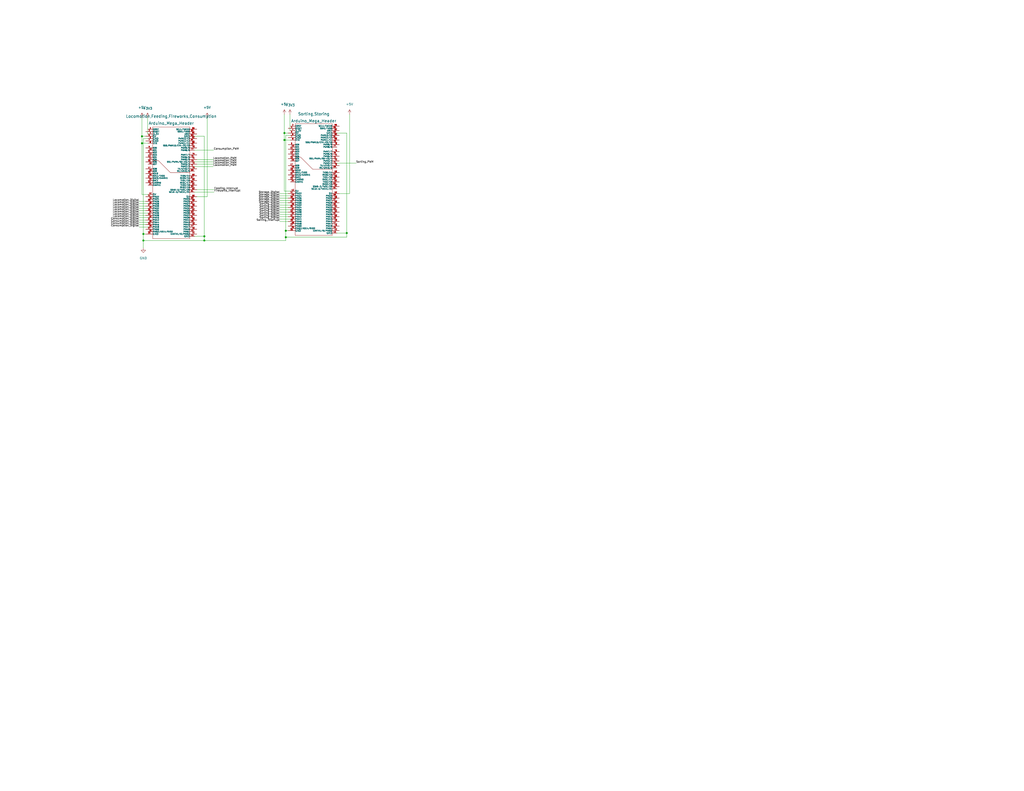
<source format=kicad_sch>
(kicad_sch (version 20211123) (generator eeschema)
  (paper "C")
  (title_block (date "2022-11-21") (rev "0.1.0"))
  (lib_symbols
    (symbol "power:+3.3V" (power) (pin_names (offset 0))
      (property "Value" "+3.3V" (at 0 3.556 0))
      (symbol "+3.3V_0_1"
        (polyline (pts (xy -0.762 1.27) (xy 0 2.54)))
        (polyline (pts (xy 0 0) (xy 0 2.54)))
        (polyline (pts (xy 0 2.54) (xy 0.762 1.27)))
      )
      (symbol "+3.3V_1_1"
        (pin power_in line (at 0 0 90) (length 0) hide (name "+3V3") (number "1"))
      )
    )
    (symbol "power:+5V" (power) (pin_names (offset 0))
      (property "Value" "+5V" (at 0 3.556 0))
      (symbol "+5V_0_1"
        (polyline (pts (xy -0.762 1.27) (xy 0 2.54)))
        (polyline (pts (xy 0 0) (xy 0 2.54)))
        (polyline (pts (xy 0 2.54) (xy 0.762 1.27)))
      )
      (symbol "+5V_1_1"
        (pin power_in line (at 0 0 90) (length 0) hide (name "+5V") (number "1"))
      )
    )
    (symbol "power:GND" (power) (pin_names (offset 0))
      (property "Value" "GND" (at 0 -3.81 0))
      (symbol "GND_0_1"
        (polyline (pts (xy 0 0) (xy 0 -1.27) (xy 1.27 -1.27) (xy 0 -2.54) (xy -1.27 -1.27) (xy 0 -1.27)))
      )
      (symbol "GND_1_1"
        (pin power_in line (at 0 0 270) (length 0) hide (name "GND") (number "1"))
      )
    )
    (symbol "w_connectors:Arduino_Mega_Header" (pin_names (offset 0.0254))
      (property "Reference" "J" (at 0 31.75 0))
      (property "Value" "Arduino_Mega_Header" (at 0 -31.75 0))
      (symbol "Arduino_Mega_Header_0_1"
        (polyline (pts (xy -8.636 12.192) (xy -9.652 12.192)))
        (polyline (pts (xy 10.16 5.588) (xy -0.508 5.588) (xy -7.112 12.192) (xy -10.16 12.192)))
        (rectangle (start 10.16 -30.48) (end -10.16 30.48))
      )
      (symbol "Arduino_Mega_Header_1_1"
        (pin passive line (at -12.7 17.78 0) (length 2.54) (name "AD1") (number "10"))
        (pin passive line (at -13.97 16.51 0) (length 3.81) (name "AD2") (number "11"))
        (pin passive line (at -12.7 15.24 0) (length 2.54) (name "AD3") (number "12"))
        (pin passive line (at -13.97 13.97 0) (length 3.81) (name "AD4") (number "13"))
        (pin passive line (at -12.7 12.7 0) (length 2.54) (name "AD5") (number "14"))
        (pin passive line (at -13.97 11.43 0) (length 3.81) (name "AD6") (number "15"))
        (pin passive line (at -12.7 10.16 0) (length 2.54) (name "AD7") (number "16"))
        (pin passive line (at -13.97 7.62 0) (length 3.81) (name "AD8") (number "17"))
        (pin passive line (at -12.7 6.35 0) (length 2.54) (name "AD9") (number "18"))
        (pin passive line (at -13.97 5.08 0) (length 3.81) (name "AD10") (number "19"))
        (pin passive line (at -12.7 29.21 0) (length 2.54) (name "IOREF") (number "2"))
        (pin passive line (at -12.7 3.81 0) (length 2.54) (name "AD11/TXD3") (number "20"))
        (pin passive line (at -13.97 2.54 0) (length 3.81) (name "DAC0/CANRX1") (number "21"))
        (pin passive line (at -12.7 1.27 0) (length 2.54) (name "DAC1") (number "22"))
        (pin passive line (at -13.97 0 0) (length 3.81) (name "CANRX0") (number "23"))
        (pin passive line (at -12.7 -1.27 0) (length 2.54) (name "CANTX1") (number "24"))
        (pin passive line (at -13.97 -27.94 0) (length 3.81) (name "GND") (number "25"))
        (pin passive line (at -12.7 -26.67 0) (length 2.54) (name "PIN52/AD14/RXD3") (number "26"))
        (pin passive line (at -13.97 -25.4 0) (length 3.81) (name "PIN50") (number "27"))
        (pin passive line (at -12.7 -24.13 0) (length 2.54) (name "PIN48") (number "28"))
        (pin passive line (at -13.97 -22.86 0) (length 3.81) (name "PIN46") (number "29"))
        (pin passive line (at -13.97 27.94 0) (length 3.81) (name "RESET") (number "3"))
        (pin passive line (at -12.7 -21.59 0) (length 2.54) (name "PIN44") (number "30"))
        (pin passive line (at -13.97 -20.32 0) (length 3.81) (name "PIN42") (number "31"))
        (pin passive line (at -12.7 -19.05 0) (length 2.54) (name "PIN40") (number "32"))
        (pin passive line (at -13.97 -17.78 0) (length 3.81) (name "PIN38") (number "33"))
        (pin passive line (at -12.7 -16.51 0) (length 2.54) (name "PIN36") (number "34"))
        (pin passive line (at -13.97 -15.24 0) (length 3.81) (name "PIN34") (number "35"))
        (pin passive line (at -12.7 -13.97 0) (length 2.54) (name "PIN32") (number "36"))
        (pin passive line (at -13.97 -12.7 0) (length 3.81) (name "PIN30") (number "37"))
        (pin passive line (at -12.7 -11.43 0) (length 2.54) (name "PIN28") (number "38"))
        (pin passive line (at -13.97 -10.16 0) (length 3.81) (name "PIN26") (number "39"))
        (pin passive line (at -12.7 26.67 0) (length 2.54) (name "3.3V") (number "4"))
        (pin passive line (at -12.7 -8.89 0) (length 2.54) (name "PIN24") (number "40"))
        (pin passive line (at -13.97 -7.62 0) (length 3.81) (name "PIN22") (number "41"))
        (pin passive line (at -12.7 -6.35 0) (length 2.54) (name "5V") (number "42"))
        (pin passive line (at 12.7 -29.21 180) (length 2.54) (name "GND") (number "43"))
        (pin passive line (at 13.97 -27.94 180) (length 3.81) (name "CANTX1/IO/PIN53") (number "44"))
        (pin passive line (at 12.7 -26.67 180) (length 2.54) (name "PIN51") (number "45"))
        (pin passive line (at 13.97 -25.4 180) (length 3.81) (name "PIN49") (number "46"))
        (pin passive line (at 12.7 -24.13 180) (length 2.54) (name "PIN47") (number "47"))
        (pin passive line (at 13.97 -22.86 180) (length 3.81) (name "PIN45") (number "48"))
        (pin passive line (at 12.7 -21.59 180) (length 2.54) (name "PIN43") (number "49"))
        (pin passive line (at -13.97 25.4 0) (length 3.81) (name "5V") (number "5"))
        (pin passive line (at 13.97 -20.32 180) (length 3.81) (name "PIN41") (number "50"))
        (pin passive line (at 12.7 -19.05 180) (length 2.54) (name "PIN39") (number "51"))
        (pin passive line (at 13.97 -17.78 180) (length 3.81) (name "PIN37") (number "52"))
        (pin passive line (at 12.7 -16.51 180) (length 2.54) (name "PIN35") (number "53"))
        (pin passive line (at 13.97 -15.24 180) (length 3.81) (name "PIN33") (number "54"))
        (pin passive line (at 12.7 -13.97 180) (length 2.54) (name "PIN31") (number "55"))
        (pin passive line (at 13.97 -12.7 180) (length 3.81) (name "PIN29") (number "56"))
        (pin passive line (at 12.7 -11.43 180) (length 2.54) (name "PIN27") (number "57"))
        (pin passive line (at 13.97 -10.16 180) (length 3.81) (name "PIN25") (number "58"))
        (pin passive line (at 12.7 -8.89 180) (length 2.54) (name "PIN23") (number "59"))
        (pin passive line (at -12.7 24.13 0) (length 2.54) (name "GND") (number "6"))
        (pin passive line (at 13.97 -7.62 180) (length 3.81) (name "5V") (number "60"))
        (pin passive line (at 12.7 -5.08 180) (length 2.54) (name "SCL0-3/TWCK1/21") (number "61"))
        (pin passive line (at 13.97 -3.81 180) (length 3.81) (name "SDA0-3/TWD1/20") (number "62"))
        (pin passive line (at 12.7 -2.54 180) (length 2.54) (name "RXD2/19") (number "63"))
        (pin passive line (at 13.97 -1.27 180) (length 3.81) (name "TXD2/18") (number "64"))
        (pin passive line (at 12.7 0 180) (length 2.54) (name "RXD1/17") (number "65"))
        (pin passive line (at 13.97 1.27 180) (length 3.81) (name "TXD1/16") (number "66"))
        (pin passive line (at 12.7 2.54 180) (length 2.54) (name "RXD0/15") (number "67"))
        (pin passive line (at 13.97 3.81 180) (length 3.81) (name "TXD0/14") (number "68"))
        (pin passive line (at 12.7 6.35 180) (length 2.54) (name "RX/URXD/0") (number "69"))
        (pin passive line (at -13.97 22.86 0) (length 3.81) (name "GND") (number "7"))
        (pin passive line (at 13.97 7.62 180) (length 3.81) (name "TX/UTXD/1") (number "70"))
        (pin passive line (at 12.7 8.89 180) (length 2.54) (name "PWM2/2") (number "71"))
        (pin passive line (at 13.97 10.16 180) (length 3.81) (name "PWM3/3") (number "72"))
        (pin passive line (at 12.7 11.43 180) (length 2.54) (name "SS1/PWM4/SD-CS/4") (number "73"))
        (pin passive line (at 13.97 12.7 180) (length 3.81) (name "PWM5/5") (number "74"))
        (pin passive line (at 12.7 13.97 180) (length 2.54) (name "PWM6/6") (number "75"))
        (pin passive line (at 13.97 15.24 180) (length 3.81) (name "PWM7/7") (number "76"))
        (pin passive line (at 12.7 17.78 180) (length 2.54) (name "PWM8/8") (number "77"))
        (pin passive line (at 13.97 19.05 180) (length 3.81) (name "PWM9/9") (number "78"))
        (pin passive line (at 12.7 20.32 180) (length 2.54) (name "SS0/PWM10/ETH-CS/10") (number "79"))
        (pin passive line (at -12.7 21.59 0) (length 2.54) (name "VIN") (number "8"))
        (pin passive line (at 13.97 21.59 180) (length 3.81) (name "PWM11/11") (number "80"))
        (pin passive line (at 12.7 22.86 180) (length 2.54) (name "PWM12/12") (number "81"))
        (pin passive line (at 13.97 24.13 180) (length 3.81) (name "PWM13/13") (number "82"))
        (pin passive line (at 12.7 25.4 180) (length 2.54) (name "GND") (number "83"))
        (pin passive line (at 13.97 26.67 180) (length 3.81) (name "AREF") (number "84"))
        (pin passive line (at 12.7 27.94 180) (length 2.54) (name "SDA1/TWD0") (number "85"))
        (pin passive line (at 13.97 29.21 180) (length 3.81) (name "SCL1/TWCK0") (number "86"))
        (pin passive line (at -13.97 19.05 0) (length 3.81) (name "AD0") (number "9"))
      )
    )
  )
  (junction (at 155.194 72.644))
  (junction (at 155.194 76.454))
  (junction (at 155.956 129.54))
  (junction (at 189.23 127.254))
  (junction (at 77.47 74.422))
  (junction (at 111.506 129.032))
  (junction (at 78.232 127.762))
  (junction (at 77.47 78.232))
  (junction (at 111.506 131.318))
  (junction (at 155.956 125.984))
  (junction (at 78.232 131.318))
  (wire (pts (xy 107.442 87.122) (xy 116.332 87.122)))
  (wire (pts (xy 75.946 121.412) (xy 80.772 121.412)))
  (wire (pts (xy 155.956 129.54) (xy 155.956 125.984)))
  (wire (pts (xy 152.654 120.904) (xy 157.226 120.904)))
  (wire (pts (xy 107.442 89.662) (xy 116.332 89.662)))
  (wire (pts (xy 111.506 131.318) (xy 155.956 131.318)))
  (wire (pts (xy 152.654 106.934) (xy 158.496 106.934)))
  (wire (pts (xy 111.506 129.032) (xy 111.506 131.318)))
  (wire (pts (xy 75.946 109.982) (xy 79.502 109.982)))
  (wire (pts (xy 113.03 107.442) (xy 113.03 64.262)))
  (wire (pts (xy 155.956 129.54) (xy 155.956 131.318)))
  (wire (pts (xy 189.23 72.644) (xy 189.23 127.254)))
  (wire (pts (xy 155.194 72.644) (xy 155.194 76.454)))
  (wire (pts (xy 158.496 71.374) (xy 158.242 71.374)))
  (wire (pts (xy 75.946 116.332) (xy 80.772 116.332)))
  (wire (pts (xy 78.232 127.762) (xy 79.502 127.762)))
  (wire (pts (xy 75.946 112.522) (xy 79.502 112.522)))
  (wire (pts (xy 75.946 118.872) (xy 80.772 118.872)))
  (wire (pts (xy 155.956 125.984) (xy 155.956 73.914)))
  (wire (pts (xy 152.654 118.364) (xy 157.226 118.364)))
  (wire (pts (xy 158.242 62.484) (xy 158.242 71.374)))
  (wire (pts (xy 75.946 122.682) (xy 79.502 122.682)))
  (wire (pts (xy 106.172 88.392) (xy 116.332 88.392)))
  (wire (pts (xy 111.506 129.032) (xy 106.172 129.032)))
  (wire (pts (xy 77.47 74.422) (xy 77.47 78.232)))
  (wire (pts (xy 80.518 64.262) (xy 80.518 73.152)))
  (wire (pts (xy 106.172 104.902) (xy 116.84 104.902)))
  (wire (pts (xy 75.946 117.602) (xy 79.502 117.602)))
  (wire (pts (xy 75.946 123.952) (xy 80.772 123.952)))
  (wire (pts (xy 80.772 78.232) (xy 77.47 78.232)))
  (wire (pts (xy 155.194 76.454) (xy 155.194 104.394)))
  (wire (pts (xy 75.946 115.062) (xy 79.502 115.062)))
  (wire (pts (xy 155.956 73.914) (xy 158.496 73.914)))
  (wire (pts (xy 75.946 111.252) (xy 80.772 111.252)))
  (wire (pts (xy 106.172 82.042) (xy 116.586 82.042)))
  (wire (pts (xy 158.496 104.394) (xy 155.194 104.394)))
  (wire (pts (xy 106.172 90.932) (xy 116.332 90.932)))
  (wire (pts (xy 158.496 76.454) (xy 155.194 76.454)))
  (wire (pts (xy 78.232 75.692) (xy 80.772 75.692)))
  (wire (pts (xy 189.23 129.54) (xy 155.956 129.54)))
  (wire (pts (xy 80.772 106.172) (xy 77.47 106.172)))
  (wire (pts (xy 107.442 107.442) (xy 113.03 107.442)))
  (wire (pts (xy 77.47 74.422) (xy 79.502 74.422)))
  (wire (pts (xy 78.232 131.318) (xy 78.232 135.382)))
  (wire (pts (xy 77.47 64.262) (xy 77.47 74.422)))
  (wire (pts (xy 152.654 115.824) (xy 157.226 115.824)))
  (wire (pts (xy 152.654 109.474) (xy 158.496 109.474)))
  (wire (pts (xy 152.654 114.554) (xy 158.496 114.554)))
  (wire (pts (xy 106.172 74.422) (xy 111.506 74.422)))
  (wire (pts (xy 78.232 127.762) (xy 78.232 75.692)))
  (wire (pts (xy 152.654 112.014) (xy 158.496 112.014)))
  (wire (pts (xy 111.506 131.318) (xy 78.232 131.318)))
  (wire (pts (xy 185.166 105.664) (xy 190.754 105.664)))
  (wire (pts (xy 152.654 119.634) (xy 158.496 119.634)))
  (wire (pts (xy 189.23 127.254) (xy 183.896 127.254)))
  (wire (pts (xy 155.194 62.484) (xy 155.194 72.644)))
  (wire (pts (xy 75.946 120.142) (xy 79.502 120.142)))
  (wire (pts (xy 152.654 105.664) (xy 157.226 105.664)))
  (wire (pts (xy 152.654 110.744) (xy 157.226 110.744)))
  (wire (pts (xy 78.232 131.318) (xy 78.232 127.762)))
  (wire (pts (xy 75.946 113.792) (xy 80.772 113.792)))
  (wire (pts (xy 183.896 89.154) (xy 194.31 89.154)))
  (wire (pts (xy 152.654 117.094) (xy 158.496 117.094)))
  (wire (pts (xy 80.772 73.152) (xy 80.518 73.152)))
  (wire (pts (xy 183.896 72.644) (xy 189.23 72.644)))
  (wire (pts (xy 111.506 74.422) (xy 111.506 129.032)))
  (wire (pts (xy 155.194 72.644) (xy 157.226 72.644)))
  (wire (pts (xy 155.956 125.984) (xy 157.226 125.984)))
  (wire (pts (xy 152.654 108.204) (xy 157.226 108.204)))
  (wire (pts (xy 152.654 113.284) (xy 157.226 113.284)))
  (wire (pts (xy 77.47 78.232) (xy 77.47 106.172)))
  (wire (pts (xy 107.442 103.632) (xy 116.84 103.632)))
  (wire (pts (xy 189.23 127.254) (xy 189.23 129.54)))
  (wire (pts (xy 190.754 105.664) (xy 190.754 62.484)))
  (label "Consumption_Digital" (at 75.946 121.412 180) (effects (font (size 1 1))))
  (label "Sorting_Digital" (at 152.654 117.094 180) (effects (font (size 1 1))))
  (label "Locomotion_PWM" (at 116.332 89.662 0) (effects (font (size 1 1))))
  (label "Locomotion_PWM" (at 116.332 88.392 0) (effects (font (size 1 1))))
  (label "Sorting_Digital" (at 152.654 112.014 180) (effects (font (size 1 1))))
  (label "Consumption_Digital" (at 75.946 120.142 180) (effects (font (size 1 1))))
  (label "Sorting_Digital" (at 152.654 114.554 180) (effects (font (size 1 1))))
  (label "Locomotion_Digital" (at 75.946 115.062 180) (effects (font (size 1 1))))
  (label "Sorting_Digital" (at 152.654 113.284 180) (effects (font (size 1 1))))
  (label "Consumption_Digital" (at 75.946 123.952 180) (effects (font (size 1 1))))
  (label "Storage_Digital" (at 152.654 106.934 180) (effects (font (size 1 1))))
  (label "Locomotion_PWM" (at 116.332 90.932 0) (effects (font (size 1 1))))
  (label "Locomotion_Digital" (at 75.946 111.252 180) (effects (font (size 1 1))))
  (label "Storage_Digital" (at 152.654 108.204 180) (effects (font (size 1 1))))
  (label "Sorting_Digital" (at 152.654 119.634 180) (effects (font (size 1 1))))
  (label "Locomotion_Digital" (at 75.946 113.792 180) (effects (font (size 1 1))))
  (label "Storage_Digital" (at 152.654 105.664 180) (effects (font (size 1 1))))
  (label "Locomotion_Digital" (at 75.946 116.332 180) (effects (font (size 1 1))))
  (label "Locomotion_Digital" (at 75.946 117.602 180) (effects (font (size 1 1))))
  (label "Sorting_Digital" (at 152.654 115.824 180) (effects (font (size 1 1))))
  (label "Sorting_Interrupt" (at 152.654 120.904 180) (effects (font (size 1 1))))
  (label "Storage_Digital" (at 152.654 110.744 180) (effects (font (size 1 1))))
  (label "Consumption_PWM" (at 116.586 82.042 0) (effects (font (size 1 1))))
  (label "Sorting_Digital" (at 152.654 118.364 180) (effects (font (size 1 1))))
  (label "Locomotion_Digital" (at 75.946 109.982 180) (effects (font (size 1 1))))
  (label "Fireworks_Interrupt" (at 116.84 104.902 0) (effects (font (size 1 1))))
  (label "Locomotion_Digital" (at 75.946 112.522 180) (effects (font (size 1 1))))
  (label "Locomotion_Digital" (at 75.946 118.872 180) (effects (font (size 1 1))))
  (label "Feeding_Interrupt" (at 116.84 103.632 0) (effects (font (size 1 1))))
  (label "Locomotion_PWM" (at 116.332 87.122 0) (effects (font (size 1 1))))
  (label "Storage_Digital" (at 152.654 109.474 180) (effects (font (size 1 1))))
  (label "Sorting_PWM" (at 194.31 89.154 0) (effects (font (size 1 1))))
  (label "Consumption_Digital" (at 75.946 122.682 180) (effects (font (size 1 1))))
  (symbol (lib_id "power:+3.3V") (at 158.242 62.484 0) (unit 1)
    (property "Reference" "#PWR?" (effects hide))
    (property "Value" "+3.3V" (at 158.242 57.404 0))
  )
  (symbol (lib_id "power:+5V") (at 113.03 64.262 0) (unit 1)
    (property "Reference" "#PWR?" (effects hide))
    (property "Value" "+5V" (at 113.03 58.674 0))
  )
  (symbol (lib_id "w_connectors:Arduino_Mega_Header") (at 93.472 99.822 0) (unit 1)
    (property "Reference" "Locomotion,Feeding,Fireworks,Consumption" (at 93.472 63.5 0) (effects (font (size 1.524 1.524))))
    (property "Value" "Arduino_Mega_Header" (at 93.472 67.31 0) (effects (font (size 1.524 1.524))))
  )
  (symbol (lib_id "power:+5V") (at 77.47 64.262 0) (unit 1)
    (property "Reference" "#PWR?" (effects hide))
    (property "Value" "+5V" (at 77.47 58.674 0))
  )
  (symbol (lib_id "power:+5V") (at 155.194 62.484 0) (unit 1)
    (property "Reference" "#PWR?" (effects hide))
    (property "Value" "+5V" (at 155.194 56.896 0))
  )
  (symbol (lib_id "power:+5V") (at 190.754 62.484 0) (unit 1)
    (property "Reference" "#PWR?" (effects hide))
    (property "Value" "+5V" (at 190.754 56.896 0))
  )
  (symbol (lib_id "power:GND") (at 78.232 135.382 0) (unit 1)
    (property "Reference" "#PWR?" (effects hide))
    (property "Value" "GND" (at 78.232 140.97 0))
  )
  (symbol (lib_id "power:+3.3V") (at 80.518 64.262 0) (unit 1)
    (property "Reference" "#PWR?" (effects hide))
    (property "Value" "+3.3V" (at 80.518 59.182 0))
  )
  (symbol (lib_id "w_connectors:Arduino_Mega_Header") (at 171.196 98.044 0) (unit 1)
    (property "Reference" "Sorting,Storing" (at 171.196 62.23 0) (effects (font (size 1.524 1.524))))
    (property "Value" "Arduino_Mega_Header" (at 171.196 66.04 0) (effects (font (size 1.524 1.524))))
  )
)
</source>
